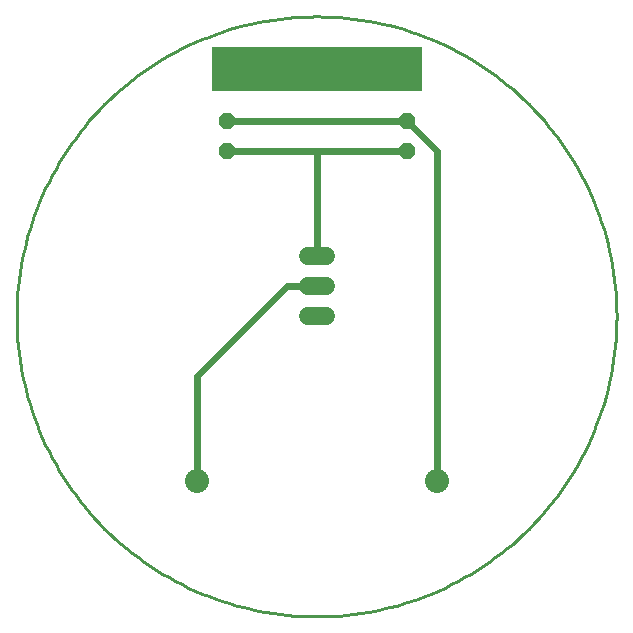
<source format=gbl>
G75*
%MOIN*%
%OFA0B0*%
%FSLAX25Y25*%
%IPPOS*%
%LPD*%
%AMOC8*
5,1,8,0,0,1.08239X$1,22.5*
%
%ADD10C,0.01000*%
%ADD11R,0.70000X0.15000*%
%ADD12C,0.08000*%
%ADD13OC8,0.05200*%
%ADD14C,0.06000*%
%ADD15C,0.02400*%
D10*
X0001500Y0101500D02*
X0001530Y0103954D01*
X0001620Y0106407D01*
X0001771Y0108856D01*
X0001982Y0111302D01*
X0002252Y0113741D01*
X0002582Y0116173D01*
X0002972Y0118596D01*
X0003421Y0121009D01*
X0003930Y0123410D01*
X0004497Y0125798D01*
X0005122Y0128171D01*
X0005806Y0130528D01*
X0006547Y0132868D01*
X0007346Y0135189D01*
X0008201Y0137490D01*
X0009112Y0139768D01*
X0010079Y0142024D01*
X0011101Y0144256D01*
X0012178Y0146461D01*
X0013308Y0148640D01*
X0014491Y0150790D01*
X0015727Y0152910D01*
X0017015Y0155000D01*
X0018353Y0157057D01*
X0019742Y0159081D01*
X0021179Y0161070D01*
X0022665Y0163023D01*
X0024199Y0164939D01*
X0025779Y0166817D01*
X0027405Y0168656D01*
X0029075Y0170454D01*
X0030789Y0172211D01*
X0032546Y0173925D01*
X0034344Y0175595D01*
X0036183Y0177221D01*
X0038061Y0178801D01*
X0039977Y0180335D01*
X0041930Y0181821D01*
X0043919Y0183258D01*
X0045943Y0184647D01*
X0048000Y0185985D01*
X0050090Y0187273D01*
X0052210Y0188509D01*
X0054360Y0189692D01*
X0056539Y0190822D01*
X0058744Y0191899D01*
X0060976Y0192921D01*
X0063232Y0193888D01*
X0065510Y0194799D01*
X0067811Y0195654D01*
X0070132Y0196453D01*
X0072472Y0197194D01*
X0074829Y0197878D01*
X0077202Y0198503D01*
X0079590Y0199070D01*
X0081991Y0199579D01*
X0084404Y0200028D01*
X0086827Y0200418D01*
X0089259Y0200748D01*
X0091698Y0201018D01*
X0094144Y0201229D01*
X0096593Y0201380D01*
X0099046Y0201470D01*
X0101500Y0201500D01*
X0103954Y0201470D01*
X0106407Y0201380D01*
X0108856Y0201229D01*
X0111302Y0201018D01*
X0113741Y0200748D01*
X0116173Y0200418D01*
X0118596Y0200028D01*
X0121009Y0199579D01*
X0123410Y0199070D01*
X0125798Y0198503D01*
X0128171Y0197878D01*
X0130528Y0197194D01*
X0132868Y0196453D01*
X0135189Y0195654D01*
X0137490Y0194799D01*
X0139768Y0193888D01*
X0142024Y0192921D01*
X0144256Y0191899D01*
X0146461Y0190822D01*
X0148640Y0189692D01*
X0150790Y0188509D01*
X0152910Y0187273D01*
X0155000Y0185985D01*
X0157057Y0184647D01*
X0159081Y0183258D01*
X0161070Y0181821D01*
X0163023Y0180335D01*
X0164939Y0178801D01*
X0166817Y0177221D01*
X0168656Y0175595D01*
X0170454Y0173925D01*
X0172211Y0172211D01*
X0173925Y0170454D01*
X0175595Y0168656D01*
X0177221Y0166817D01*
X0178801Y0164939D01*
X0180335Y0163023D01*
X0181821Y0161070D01*
X0183258Y0159081D01*
X0184647Y0157057D01*
X0185985Y0155000D01*
X0187273Y0152910D01*
X0188509Y0150790D01*
X0189692Y0148640D01*
X0190822Y0146461D01*
X0191899Y0144256D01*
X0192921Y0142024D01*
X0193888Y0139768D01*
X0194799Y0137490D01*
X0195654Y0135189D01*
X0196453Y0132868D01*
X0197194Y0130528D01*
X0197878Y0128171D01*
X0198503Y0125798D01*
X0199070Y0123410D01*
X0199579Y0121009D01*
X0200028Y0118596D01*
X0200418Y0116173D01*
X0200748Y0113741D01*
X0201018Y0111302D01*
X0201229Y0108856D01*
X0201380Y0106407D01*
X0201470Y0103954D01*
X0201500Y0101500D01*
X0201470Y0099046D01*
X0201380Y0096593D01*
X0201229Y0094144D01*
X0201018Y0091698D01*
X0200748Y0089259D01*
X0200418Y0086827D01*
X0200028Y0084404D01*
X0199579Y0081991D01*
X0199070Y0079590D01*
X0198503Y0077202D01*
X0197878Y0074829D01*
X0197194Y0072472D01*
X0196453Y0070132D01*
X0195654Y0067811D01*
X0194799Y0065510D01*
X0193888Y0063232D01*
X0192921Y0060976D01*
X0191899Y0058744D01*
X0190822Y0056539D01*
X0189692Y0054360D01*
X0188509Y0052210D01*
X0187273Y0050090D01*
X0185985Y0048000D01*
X0184647Y0045943D01*
X0183258Y0043919D01*
X0181821Y0041930D01*
X0180335Y0039977D01*
X0178801Y0038061D01*
X0177221Y0036183D01*
X0175595Y0034344D01*
X0173925Y0032546D01*
X0172211Y0030789D01*
X0170454Y0029075D01*
X0168656Y0027405D01*
X0166817Y0025779D01*
X0164939Y0024199D01*
X0163023Y0022665D01*
X0161070Y0021179D01*
X0159081Y0019742D01*
X0157057Y0018353D01*
X0155000Y0017015D01*
X0152910Y0015727D01*
X0150790Y0014491D01*
X0148640Y0013308D01*
X0146461Y0012178D01*
X0144256Y0011101D01*
X0142024Y0010079D01*
X0139768Y0009112D01*
X0137490Y0008201D01*
X0135189Y0007346D01*
X0132868Y0006547D01*
X0130528Y0005806D01*
X0128171Y0005122D01*
X0125798Y0004497D01*
X0123410Y0003930D01*
X0121009Y0003421D01*
X0118596Y0002972D01*
X0116173Y0002582D01*
X0113741Y0002252D01*
X0111302Y0001982D01*
X0108856Y0001771D01*
X0106407Y0001620D01*
X0103954Y0001530D01*
X0101500Y0001500D01*
X0099046Y0001530D01*
X0096593Y0001620D01*
X0094144Y0001771D01*
X0091698Y0001982D01*
X0089259Y0002252D01*
X0086827Y0002582D01*
X0084404Y0002972D01*
X0081991Y0003421D01*
X0079590Y0003930D01*
X0077202Y0004497D01*
X0074829Y0005122D01*
X0072472Y0005806D01*
X0070132Y0006547D01*
X0067811Y0007346D01*
X0065510Y0008201D01*
X0063232Y0009112D01*
X0060976Y0010079D01*
X0058744Y0011101D01*
X0056539Y0012178D01*
X0054360Y0013308D01*
X0052210Y0014491D01*
X0050090Y0015727D01*
X0048000Y0017015D01*
X0045943Y0018353D01*
X0043919Y0019742D01*
X0041930Y0021179D01*
X0039977Y0022665D01*
X0038061Y0024199D01*
X0036183Y0025779D01*
X0034344Y0027405D01*
X0032546Y0029075D01*
X0030789Y0030789D01*
X0029075Y0032546D01*
X0027405Y0034344D01*
X0025779Y0036183D01*
X0024199Y0038061D01*
X0022665Y0039977D01*
X0021179Y0041930D01*
X0019742Y0043919D01*
X0018353Y0045943D01*
X0017015Y0048000D01*
X0015727Y0050090D01*
X0014491Y0052210D01*
X0013308Y0054360D01*
X0012178Y0056539D01*
X0011101Y0058744D01*
X0010079Y0060976D01*
X0009112Y0063232D01*
X0008201Y0065510D01*
X0007346Y0067811D01*
X0006547Y0070132D01*
X0005806Y0072472D01*
X0005122Y0074829D01*
X0004497Y0077202D01*
X0003930Y0079590D01*
X0003421Y0081991D01*
X0002972Y0084404D01*
X0002582Y0086827D01*
X0002252Y0089259D01*
X0001982Y0091698D01*
X0001771Y0094144D01*
X0001620Y0096593D01*
X0001530Y0099046D01*
X0001500Y0101500D01*
D11*
X0101500Y0184000D03*
D12*
X0061500Y0046500D03*
X0141500Y0046500D03*
D13*
X0131500Y0156500D03*
X0131500Y0166500D03*
X0071500Y0166500D03*
X0071500Y0156500D03*
D14*
X0098500Y0121500D02*
X0104500Y0121500D01*
X0104500Y0111500D02*
X0098500Y0111500D01*
X0098500Y0101500D02*
X0104500Y0101500D01*
D15*
X0101500Y0111500D02*
X0091500Y0111500D01*
X0061500Y0081500D01*
X0061500Y0046500D01*
X0101500Y0121500D02*
X0101500Y0156500D01*
X0131500Y0156500D01*
X0131500Y0166500D02*
X0141500Y0156500D01*
X0141500Y0046500D01*
X0101500Y0156500D02*
X0071500Y0156500D01*
X0071500Y0166500D02*
X0131500Y0166500D01*
M02*

</source>
